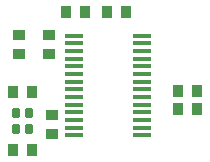
<source format=gtp>
G04*
G04 #@! TF.GenerationSoftware,Altium Limited,Altium Designer,24.10.1 (45)*
G04*
G04 Layer_Color=8421504*
%FSLAX25Y25*%
%MOIN*%
G70*
G04*
G04 #@! TF.SameCoordinates,420246D5-23F9-42E6-AD95-1A962FCA9351*
G04*
G04*
G04 #@! TF.FilePolarity,Positive*
G04*
G01*
G75*
G04:AMPARAMS|DCode=15|XSize=31.5mil|YSize=27.56mil|CornerRadius=3.45mil|HoleSize=0mil|Usage=FLASHONLY|Rotation=270.000|XOffset=0mil|YOffset=0mil|HoleType=Round|Shape=RoundedRectangle|*
%AMROUNDEDRECTD15*
21,1,0.03150,0.02067,0,0,270.0*
21,1,0.02461,0.02756,0,0,270.0*
1,1,0.00689,-0.01034,-0.01230*
1,1,0.00689,-0.01034,0.01230*
1,1,0.00689,0.01034,0.01230*
1,1,0.00689,0.01034,-0.01230*
%
%ADD15ROUNDEDRECTD15*%
G04:AMPARAMS|DCode=16|XSize=43.31mil|YSize=35.43mil|CornerRadius=2.66mil|HoleSize=0mil|Usage=FLASHONLY|Rotation=180.000|XOffset=0mil|YOffset=0mil|HoleType=Round|Shape=RoundedRectangle|*
%AMROUNDEDRECTD16*
21,1,0.04331,0.03012,0,0,180.0*
21,1,0.03799,0.03543,0,0,180.0*
1,1,0.00532,-0.01900,0.01506*
1,1,0.00532,0.01900,0.01506*
1,1,0.00532,0.01900,-0.01506*
1,1,0.00532,-0.01900,-0.01506*
%
%ADD16ROUNDEDRECTD16*%
G04:AMPARAMS|DCode=17|XSize=43.31mil|YSize=35.43mil|CornerRadius=3.54mil|HoleSize=0mil|Usage=FLASHONLY|Rotation=90.000|XOffset=0mil|YOffset=0mil|HoleType=Round|Shape=RoundedRectangle|*
%AMROUNDEDRECTD17*
21,1,0.04331,0.02835,0,0,90.0*
21,1,0.03622,0.03543,0,0,90.0*
1,1,0.00709,0.01417,0.01811*
1,1,0.00709,0.01417,-0.01811*
1,1,0.00709,-0.01417,-0.01811*
1,1,0.00709,-0.01417,0.01811*
%
%ADD17ROUNDEDRECTD17*%
G04:AMPARAMS|DCode=18|XSize=43.31mil|YSize=35.43mil|CornerRadius=2.66mil|HoleSize=0mil|Usage=FLASHONLY|Rotation=90.000|XOffset=0mil|YOffset=0mil|HoleType=Round|Shape=RoundedRectangle|*
%AMROUNDEDRECTD18*
21,1,0.04331,0.03012,0,0,90.0*
21,1,0.03799,0.03543,0,0,90.0*
1,1,0.00532,0.01506,0.01900*
1,1,0.00532,0.01506,-0.01900*
1,1,0.00532,-0.01506,-0.01900*
1,1,0.00532,-0.01506,0.01900*
%
%ADD18ROUNDEDRECTD18*%
G04:AMPARAMS|DCode=19|XSize=59.06mil|YSize=15.75mil|CornerRadius=1.97mil|HoleSize=0mil|Usage=FLASHONLY|Rotation=0.000|XOffset=0mil|YOffset=0mil|HoleType=Round|Shape=RoundedRectangle|*
%AMROUNDEDRECTD19*
21,1,0.05906,0.01181,0,0,0.0*
21,1,0.05512,0.01575,0,0,0.0*
1,1,0.00394,0.02756,-0.00591*
1,1,0.00394,-0.02756,-0.00591*
1,1,0.00394,-0.02756,0.00591*
1,1,0.00394,0.02756,0.00591*
%
%ADD19ROUNDEDRECTD19*%
G04:AMPARAMS|DCode=20|XSize=43.31mil|YSize=35.43mil|CornerRadius=3.54mil|HoleSize=0mil|Usage=FLASHONLY|Rotation=180.000|XOffset=0mil|YOffset=0mil|HoleType=Round|Shape=RoundedRectangle|*
%AMROUNDEDRECTD20*
21,1,0.04331,0.02835,0,0,180.0*
21,1,0.03622,0.03543,0,0,180.0*
1,1,0.00709,-0.01811,0.01417*
1,1,0.00709,0.01811,0.01417*
1,1,0.00709,0.01811,-0.01417*
1,1,0.00709,-0.01811,-0.01417*
%
%ADD20ROUNDEDRECTD20*%
D15*
X33268Y46063D02*
D03*
Y40551D02*
D03*
X37598D02*
D03*
Y46063D02*
D03*
D16*
X34449Y65748D02*
D03*
Y72047D02*
D03*
X45276Y45276D02*
D03*
Y38976D02*
D03*
D17*
X32283Y52756D02*
D03*
X38583D02*
D03*
X32283Y33465D02*
D03*
X38583D02*
D03*
D18*
X87402Y53150D02*
D03*
X93701D02*
D03*
X87402Y47244D02*
D03*
X93701D02*
D03*
X63779Y79724D02*
D03*
X70079D02*
D03*
X56299D02*
D03*
X50000D02*
D03*
D19*
X75394Y71752D02*
D03*
Y69193D02*
D03*
Y66634D02*
D03*
Y64075D02*
D03*
Y61516D02*
D03*
Y58957D02*
D03*
Y56398D02*
D03*
Y53839D02*
D03*
Y51279D02*
D03*
Y48720D02*
D03*
Y46161D02*
D03*
Y43602D02*
D03*
Y41043D02*
D03*
Y38484D02*
D03*
X52559D02*
D03*
Y41043D02*
D03*
Y43602D02*
D03*
Y46161D02*
D03*
Y48720D02*
D03*
Y51279D02*
D03*
Y53839D02*
D03*
Y56398D02*
D03*
Y58957D02*
D03*
Y61516D02*
D03*
Y64075D02*
D03*
Y66634D02*
D03*
Y69193D02*
D03*
Y71752D02*
D03*
D20*
X44291Y72047D02*
D03*
Y65748D02*
D03*
M02*

</source>
